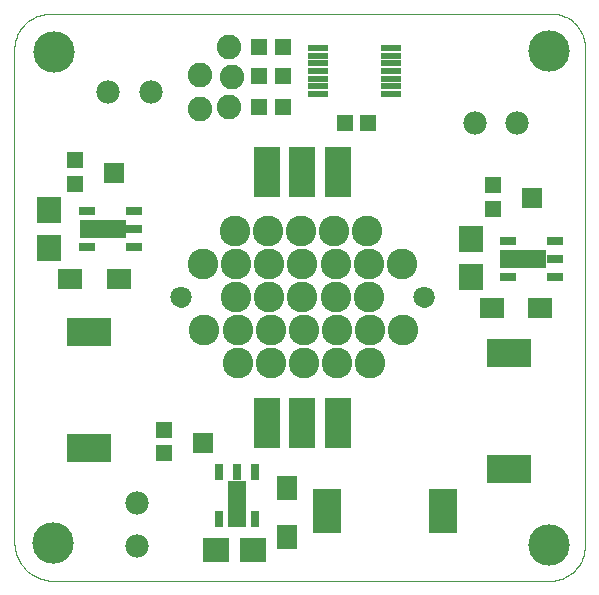
<source format=gts>
G75*
G70*
%OFA0B0*%
%FSLAX24Y24*%
%IPPOS*%
%LPD*%
%AMOC8*
5,1,8,0,0,1.08239X$1,22.5*
%
%ADD10C,0.0000*%
%ADD11R,0.1497X0.0946*%
%ADD12R,0.0789X0.0710*%
%ADD13R,0.0789X0.0867*%
%ADD14C,0.0780*%
%ADD15R,0.0552X0.0277*%
%ADD16R,0.1576X0.0592*%
%ADD17R,0.0946X0.1497*%
%ADD18R,0.0710X0.0789*%
%ADD19R,0.0867X0.0789*%
%ADD20R,0.0277X0.0552*%
%ADD21R,0.0592X0.1576*%
%ADD22C,0.1380*%
%ADD23C,0.0710*%
%ADD24R,0.0867X0.1655*%
%ADD25R,0.0651X0.0237*%
%ADD26R,0.0552X0.0552*%
%ADD27C,0.0820*%
%ADD28R,0.0671X0.0710*%
%ADD29C,0.1025*%
D10*
X002197Y001169D02*
X018827Y001169D01*
X018828Y001169D02*
X018893Y001175D01*
X018958Y001185D01*
X019022Y001198D01*
X019085Y001215D01*
X019147Y001236D01*
X019208Y001260D01*
X019267Y001287D01*
X019325Y001318D01*
X019381Y001352D01*
X019435Y001389D01*
X019487Y001429D01*
X019537Y001472D01*
X019584Y001517D01*
X019628Y001565D01*
X019670Y001616D01*
X019708Y001669D01*
X019744Y001723D01*
X019777Y001780D01*
X019806Y001839D01*
X019832Y001899D01*
X019855Y001960D01*
X019874Y002023D01*
X019890Y002086D01*
X019902Y002151D01*
X019910Y002216D01*
X019915Y002281D01*
X019916Y002346D01*
X019913Y002412D01*
X019913Y018974D01*
X019911Y019037D01*
X019906Y019101D01*
X019896Y019164D01*
X019884Y019226D01*
X019867Y019287D01*
X019847Y019348D01*
X019824Y019407D01*
X019797Y019465D01*
X019767Y019520D01*
X019733Y019575D01*
X019697Y019627D01*
X019657Y019677D01*
X019615Y019724D01*
X019570Y019769D01*
X019523Y019811D01*
X019473Y019851D01*
X019421Y019887D01*
X019366Y019921D01*
X019311Y019951D01*
X019253Y019978D01*
X019194Y020001D01*
X019133Y020021D01*
X019072Y020038D01*
X019010Y020050D01*
X018947Y020060D01*
X018883Y020065D01*
X018820Y020067D01*
X002057Y020067D01*
X002057Y020066D02*
X001989Y020062D01*
X001923Y020054D01*
X001856Y020043D01*
X001791Y020028D01*
X001726Y020009D01*
X001663Y019986D01*
X001601Y019960D01*
X001540Y019931D01*
X001481Y019898D01*
X001425Y019862D01*
X001370Y019822D01*
X001317Y019780D01*
X001267Y019735D01*
X001220Y019687D01*
X001175Y019637D01*
X001134Y019584D01*
X001095Y019529D01*
X001060Y019472D01*
X001027Y019413D01*
X000998Y019352D01*
X000973Y019290D01*
X000951Y019226D01*
X000933Y019161D01*
X000918Y019096D01*
X000907Y019029D01*
X000900Y018962D01*
X000896Y018895D01*
X000897Y018828D01*
X000897Y002469D01*
X001529Y002427D02*
X001531Y002477D01*
X001537Y002527D01*
X001547Y002577D01*
X001560Y002625D01*
X001577Y002673D01*
X001598Y002719D01*
X001622Y002763D01*
X001650Y002805D01*
X001681Y002845D01*
X001715Y002882D01*
X001752Y002917D01*
X001791Y002948D01*
X001832Y002977D01*
X001876Y003002D01*
X001922Y003024D01*
X001969Y003042D01*
X002017Y003056D01*
X002066Y003067D01*
X002116Y003074D01*
X002166Y003077D01*
X002217Y003076D01*
X002267Y003071D01*
X002317Y003062D01*
X002365Y003050D01*
X002413Y003033D01*
X002459Y003013D01*
X002504Y002990D01*
X002547Y002963D01*
X002587Y002933D01*
X002625Y002900D01*
X002660Y002864D01*
X002693Y002825D01*
X002722Y002784D01*
X002748Y002741D01*
X002771Y002696D01*
X002790Y002649D01*
X002805Y002601D01*
X002817Y002552D01*
X002825Y002502D01*
X002829Y002452D01*
X002829Y002402D01*
X002825Y002352D01*
X002817Y002302D01*
X002805Y002253D01*
X002790Y002205D01*
X002771Y002158D01*
X002748Y002113D01*
X002722Y002070D01*
X002693Y002029D01*
X002660Y001990D01*
X002625Y001954D01*
X002587Y001921D01*
X002547Y001891D01*
X002504Y001864D01*
X002459Y001841D01*
X002413Y001821D01*
X002365Y001804D01*
X002317Y001792D01*
X002267Y001783D01*
X002217Y001778D01*
X002166Y001777D01*
X002116Y001780D01*
X002066Y001787D01*
X002017Y001798D01*
X001969Y001812D01*
X001922Y001830D01*
X001876Y001852D01*
X001832Y001877D01*
X001791Y001906D01*
X001752Y001937D01*
X001715Y001972D01*
X001681Y002009D01*
X001650Y002049D01*
X001622Y002091D01*
X001598Y002135D01*
X001577Y002181D01*
X001560Y002229D01*
X001547Y002277D01*
X001537Y002327D01*
X001531Y002377D01*
X001529Y002427D01*
X000897Y002469D02*
X000899Y002399D01*
X000905Y002328D01*
X000914Y002259D01*
X000927Y002190D01*
X000944Y002121D01*
X000965Y002054D01*
X000989Y001988D01*
X001017Y001923D01*
X001048Y001860D01*
X001083Y001799D01*
X001121Y001739D01*
X001162Y001682D01*
X001206Y001627D01*
X001253Y001575D01*
X001303Y001525D01*
X001355Y001478D01*
X001410Y001434D01*
X001467Y001393D01*
X001527Y001355D01*
X001588Y001320D01*
X001651Y001289D01*
X001716Y001261D01*
X001782Y001237D01*
X001849Y001216D01*
X001918Y001199D01*
X001987Y001186D01*
X002056Y001177D01*
X002127Y001171D01*
X002197Y001169D01*
X006133Y010618D02*
X006135Y010653D01*
X006141Y010688D01*
X006151Y010722D01*
X006164Y010755D01*
X006181Y010786D01*
X006202Y010814D01*
X006225Y010841D01*
X006252Y010864D01*
X006280Y010885D01*
X006311Y010902D01*
X006344Y010915D01*
X006378Y010925D01*
X006413Y010931D01*
X006448Y010933D01*
X006483Y010931D01*
X006518Y010925D01*
X006552Y010915D01*
X006585Y010902D01*
X006616Y010885D01*
X006644Y010864D01*
X006671Y010841D01*
X006694Y010814D01*
X006715Y010786D01*
X006732Y010755D01*
X006745Y010722D01*
X006755Y010688D01*
X006761Y010653D01*
X006763Y010618D01*
X006761Y010583D01*
X006755Y010548D01*
X006745Y010514D01*
X006732Y010481D01*
X006715Y010450D01*
X006694Y010422D01*
X006671Y010395D01*
X006644Y010372D01*
X006616Y010351D01*
X006585Y010334D01*
X006552Y010321D01*
X006518Y010311D01*
X006483Y010305D01*
X006448Y010303D01*
X006413Y010305D01*
X006378Y010311D01*
X006344Y010321D01*
X006311Y010334D01*
X006280Y010351D01*
X006252Y010372D01*
X006225Y010395D01*
X006202Y010422D01*
X006181Y010450D01*
X006164Y010481D01*
X006151Y010514D01*
X006141Y010548D01*
X006135Y010583D01*
X006133Y010618D01*
X001568Y018805D02*
X001570Y018855D01*
X001576Y018905D01*
X001586Y018955D01*
X001599Y019003D01*
X001616Y019051D01*
X001637Y019097D01*
X001661Y019141D01*
X001689Y019183D01*
X001720Y019223D01*
X001754Y019260D01*
X001791Y019295D01*
X001830Y019326D01*
X001871Y019355D01*
X001915Y019380D01*
X001961Y019402D01*
X002008Y019420D01*
X002056Y019434D01*
X002105Y019445D01*
X002155Y019452D01*
X002205Y019455D01*
X002256Y019454D01*
X002306Y019449D01*
X002356Y019440D01*
X002404Y019428D01*
X002452Y019411D01*
X002498Y019391D01*
X002543Y019368D01*
X002586Y019341D01*
X002626Y019311D01*
X002664Y019278D01*
X002699Y019242D01*
X002732Y019203D01*
X002761Y019162D01*
X002787Y019119D01*
X002810Y019074D01*
X002829Y019027D01*
X002844Y018979D01*
X002856Y018930D01*
X002864Y018880D01*
X002868Y018830D01*
X002868Y018780D01*
X002864Y018730D01*
X002856Y018680D01*
X002844Y018631D01*
X002829Y018583D01*
X002810Y018536D01*
X002787Y018491D01*
X002761Y018448D01*
X002732Y018407D01*
X002699Y018368D01*
X002664Y018332D01*
X002626Y018299D01*
X002586Y018269D01*
X002543Y018242D01*
X002498Y018219D01*
X002452Y018199D01*
X002404Y018182D01*
X002356Y018170D01*
X002306Y018161D01*
X002256Y018156D01*
X002205Y018155D01*
X002155Y018158D01*
X002105Y018165D01*
X002056Y018176D01*
X002008Y018190D01*
X001961Y018208D01*
X001915Y018230D01*
X001871Y018255D01*
X001830Y018284D01*
X001791Y018315D01*
X001754Y018350D01*
X001720Y018387D01*
X001689Y018427D01*
X001661Y018469D01*
X001637Y018513D01*
X001616Y018559D01*
X001599Y018607D01*
X001586Y018655D01*
X001576Y018705D01*
X001570Y018755D01*
X001568Y018805D01*
X014243Y010618D02*
X014245Y010653D01*
X014251Y010688D01*
X014261Y010722D01*
X014274Y010755D01*
X014291Y010786D01*
X014312Y010814D01*
X014335Y010841D01*
X014362Y010864D01*
X014390Y010885D01*
X014421Y010902D01*
X014454Y010915D01*
X014488Y010925D01*
X014523Y010931D01*
X014558Y010933D01*
X014593Y010931D01*
X014628Y010925D01*
X014662Y010915D01*
X014695Y010902D01*
X014726Y010885D01*
X014754Y010864D01*
X014781Y010841D01*
X014804Y010814D01*
X014825Y010786D01*
X014842Y010755D01*
X014855Y010722D01*
X014865Y010688D01*
X014871Y010653D01*
X014873Y010618D01*
X014871Y010583D01*
X014865Y010548D01*
X014855Y010514D01*
X014842Y010481D01*
X014825Y010450D01*
X014804Y010422D01*
X014781Y010395D01*
X014754Y010372D01*
X014726Y010351D01*
X014695Y010334D01*
X014662Y010321D01*
X014628Y010311D01*
X014593Y010305D01*
X014558Y010303D01*
X014523Y010305D01*
X014488Y010311D01*
X014454Y010321D01*
X014421Y010334D01*
X014390Y010351D01*
X014362Y010372D01*
X014335Y010395D01*
X014312Y010422D01*
X014291Y010450D01*
X014274Y010481D01*
X014261Y010514D01*
X014251Y010548D01*
X014245Y010583D01*
X014243Y010618D01*
X018056Y018829D02*
X018058Y018879D01*
X018064Y018929D01*
X018074Y018979D01*
X018087Y019027D01*
X018104Y019075D01*
X018125Y019121D01*
X018149Y019165D01*
X018177Y019207D01*
X018208Y019247D01*
X018242Y019284D01*
X018279Y019319D01*
X018318Y019350D01*
X018359Y019379D01*
X018403Y019404D01*
X018449Y019426D01*
X018496Y019444D01*
X018544Y019458D01*
X018593Y019469D01*
X018643Y019476D01*
X018693Y019479D01*
X018744Y019478D01*
X018794Y019473D01*
X018844Y019464D01*
X018892Y019452D01*
X018940Y019435D01*
X018986Y019415D01*
X019031Y019392D01*
X019074Y019365D01*
X019114Y019335D01*
X019152Y019302D01*
X019187Y019266D01*
X019220Y019227D01*
X019249Y019186D01*
X019275Y019143D01*
X019298Y019098D01*
X019317Y019051D01*
X019332Y019003D01*
X019344Y018954D01*
X019352Y018904D01*
X019356Y018854D01*
X019356Y018804D01*
X019352Y018754D01*
X019344Y018704D01*
X019332Y018655D01*
X019317Y018607D01*
X019298Y018560D01*
X019275Y018515D01*
X019249Y018472D01*
X019220Y018431D01*
X019187Y018392D01*
X019152Y018356D01*
X019114Y018323D01*
X019074Y018293D01*
X019031Y018266D01*
X018986Y018243D01*
X018940Y018223D01*
X018892Y018206D01*
X018844Y018194D01*
X018794Y018185D01*
X018744Y018180D01*
X018693Y018179D01*
X018643Y018182D01*
X018593Y018189D01*
X018544Y018200D01*
X018496Y018214D01*
X018449Y018232D01*
X018403Y018254D01*
X018359Y018279D01*
X018318Y018308D01*
X018279Y018339D01*
X018242Y018374D01*
X018208Y018411D01*
X018177Y018451D01*
X018149Y018493D01*
X018125Y018537D01*
X018104Y018583D01*
X018087Y018631D01*
X018074Y018679D01*
X018064Y018729D01*
X018058Y018779D01*
X018056Y018829D01*
X018056Y002372D02*
X018058Y002422D01*
X018064Y002472D01*
X018074Y002522D01*
X018087Y002570D01*
X018104Y002618D01*
X018125Y002664D01*
X018149Y002708D01*
X018177Y002750D01*
X018208Y002790D01*
X018242Y002827D01*
X018279Y002862D01*
X018318Y002893D01*
X018359Y002922D01*
X018403Y002947D01*
X018449Y002969D01*
X018496Y002987D01*
X018544Y003001D01*
X018593Y003012D01*
X018643Y003019D01*
X018693Y003022D01*
X018744Y003021D01*
X018794Y003016D01*
X018844Y003007D01*
X018892Y002995D01*
X018940Y002978D01*
X018986Y002958D01*
X019031Y002935D01*
X019074Y002908D01*
X019114Y002878D01*
X019152Y002845D01*
X019187Y002809D01*
X019220Y002770D01*
X019249Y002729D01*
X019275Y002686D01*
X019298Y002641D01*
X019317Y002594D01*
X019332Y002546D01*
X019344Y002497D01*
X019352Y002447D01*
X019356Y002397D01*
X019356Y002347D01*
X019352Y002297D01*
X019344Y002247D01*
X019332Y002198D01*
X019317Y002150D01*
X019298Y002103D01*
X019275Y002058D01*
X019249Y002015D01*
X019220Y001974D01*
X019187Y001935D01*
X019152Y001899D01*
X019114Y001866D01*
X019074Y001836D01*
X019031Y001809D01*
X018986Y001786D01*
X018940Y001766D01*
X018892Y001749D01*
X018844Y001737D01*
X018794Y001728D01*
X018744Y001723D01*
X018693Y001722D01*
X018643Y001725D01*
X018593Y001732D01*
X018544Y001743D01*
X018496Y001757D01*
X018449Y001775D01*
X018403Y001797D01*
X018359Y001822D01*
X018318Y001851D01*
X018279Y001882D01*
X018242Y001917D01*
X018208Y001954D01*
X018177Y001994D01*
X018149Y002036D01*
X018125Y002080D01*
X018104Y002126D01*
X018087Y002174D01*
X018074Y002222D01*
X018064Y002272D01*
X018058Y002322D01*
X018056Y002372D01*
D11*
X017390Y004908D03*
X017390Y008766D03*
X003386Y009467D03*
X003386Y005609D03*
D12*
X002762Y011230D03*
X004377Y011230D03*
X016806Y010261D03*
X018420Y010261D03*
D13*
X016109Y011293D03*
X016109Y012553D03*
X002062Y012253D03*
X002062Y013513D03*
D14*
X004029Y017455D03*
X005447Y017455D03*
X016238Y016441D03*
X017655Y016441D03*
X004995Y003759D03*
X004995Y002342D03*
D15*
X004900Y012309D03*
X004900Y012899D03*
X004900Y013490D03*
X003325Y013490D03*
X003325Y012309D03*
X017341Y012494D03*
X017341Y011312D03*
X018916Y011312D03*
X018916Y011903D03*
X018916Y012494D03*
D16*
X017853Y011903D03*
X003837Y012899D03*
D17*
X011316Y003489D03*
X015174Y003489D03*
D18*
X009994Y004259D03*
X009994Y002645D03*
D19*
X008868Y002196D03*
X007608Y002196D03*
D20*
X007734Y003216D03*
X008915Y003216D03*
X008915Y004790D03*
X008325Y004790D03*
X007734Y004790D03*
D21*
X008325Y003727D03*
D22*
X002179Y002427D03*
X002218Y018805D03*
X018706Y018829D03*
X018706Y002372D03*
D23*
X014558Y010618D03*
X006448Y010618D03*
D24*
X009322Y006445D03*
X010503Y006445D03*
X011684Y006445D03*
X011684Y014791D03*
X010503Y014791D03*
X009322Y014791D03*
D25*
X011023Y017397D03*
X011023Y017653D03*
X011023Y017909D03*
X011023Y018165D03*
X011023Y018421D03*
X011023Y018677D03*
X011023Y018933D03*
X013464Y018933D03*
X013464Y018677D03*
X013464Y018421D03*
X013464Y018165D03*
X013464Y017909D03*
X013464Y017653D03*
X013464Y017397D03*
D26*
X012701Y016416D03*
X011914Y016416D03*
X009854Y016967D03*
X009067Y016967D03*
X009064Y017994D03*
X009851Y017994D03*
X009849Y018972D03*
X009061Y018972D03*
X002905Y015185D03*
X002905Y014397D03*
X005897Y006209D03*
X005897Y005421D03*
X016842Y013571D03*
X016842Y014358D03*
D27*
X008046Y016970D03*
X008146Y017970D03*
X008046Y018970D03*
X007098Y018040D03*
X007098Y016900D03*
D28*
X004204Y014752D03*
X007196Y005775D03*
X018141Y013925D03*
D29*
X013810Y011720D03*
X012708Y011720D03*
X012669Y012823D03*
X011566Y012823D03*
X010464Y012823D03*
X009362Y012823D03*
X008259Y012823D03*
X008299Y011720D03*
X009401Y011720D03*
X010503Y011720D03*
X011606Y011720D03*
X011606Y010618D03*
X010503Y010618D03*
X009401Y010618D03*
X008299Y010618D03*
X008338Y009516D03*
X009440Y009516D03*
X010543Y009516D03*
X010543Y008413D03*
X009440Y008413D03*
X008338Y008413D03*
X007236Y009516D03*
X007196Y011720D03*
X011645Y009516D03*
X012747Y009516D03*
X012708Y010618D03*
X013850Y009516D03*
X012747Y008413D03*
X011645Y008413D03*
M02*

</source>
